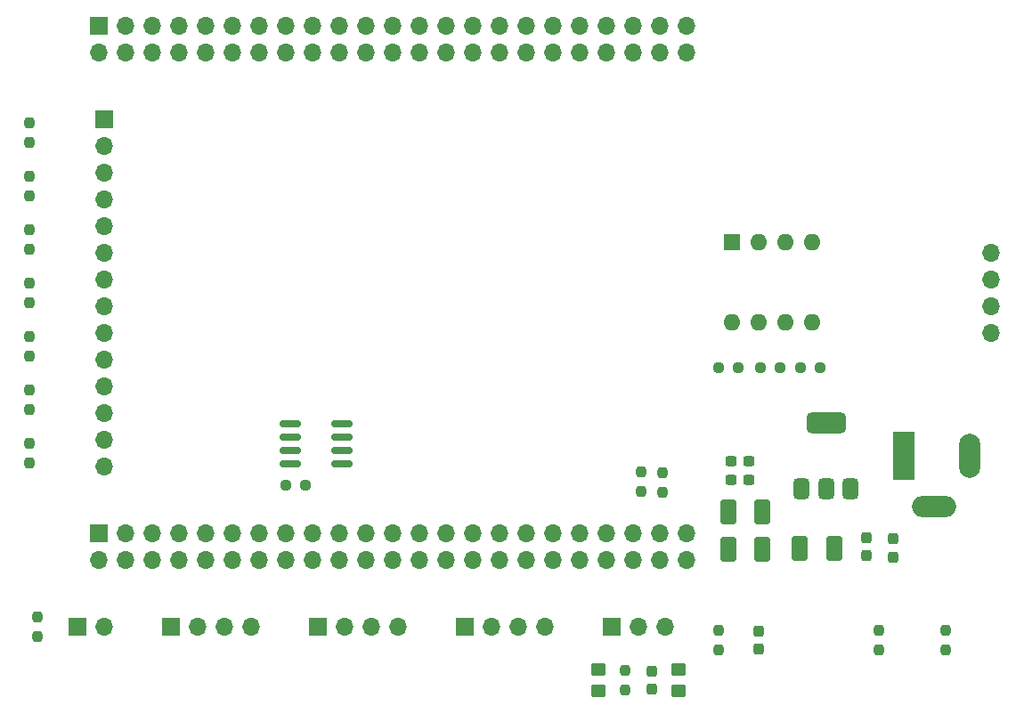
<source format=gbr>
%TF.GenerationSoftware,KiCad,Pcbnew,8.0.3*%
%TF.CreationDate,2024-06-28T15:17:55+09:00*%
%TF.ProjectId,KICAD-2,4b494341-442d-4322-9e6b-696361645f70,rev?*%
%TF.SameCoordinates,Original*%
%TF.FileFunction,Soldermask,Bot*%
%TF.FilePolarity,Negative*%
%FSLAX46Y46*%
G04 Gerber Fmt 4.6, Leading zero omitted, Abs format (unit mm)*
G04 Created by KiCad (PCBNEW 8.0.3) date 2024-06-28 15:17:55*
%MOMM*%
%LPD*%
G01*
G04 APERTURE LIST*
G04 Aperture macros list*
%AMRoundRect*
0 Rectangle with rounded corners*
0 $1 Rounding radius*
0 $2 $3 $4 $5 $6 $7 $8 $9 X,Y pos of 4 corners*
0 Add a 4 corners polygon primitive as box body*
4,1,4,$2,$3,$4,$5,$6,$7,$8,$9,$2,$3,0*
0 Add four circle primitives for the rounded corners*
1,1,$1+$1,$2,$3*
1,1,$1+$1,$4,$5*
1,1,$1+$1,$6,$7*
1,1,$1+$1,$8,$9*
0 Add four rect primitives between the rounded corners*
20,1,$1+$1,$2,$3,$4,$5,0*
20,1,$1+$1,$4,$5,$6,$7,0*
20,1,$1+$1,$6,$7,$8,$9,0*
20,1,$1+$1,$8,$9,$2,$3,0*%
G04 Aperture macros list end*
%ADD10R,1.700000X1.700000*%
%ADD11O,1.700000X1.700000*%
%ADD12RoundRect,0.250000X0.450000X-0.350000X0.450000X0.350000X-0.450000X0.350000X-0.450000X-0.350000X0*%
%ADD13RoundRect,0.237500X-0.237500X0.300000X-0.237500X-0.300000X0.237500X-0.300000X0.237500X0.300000X0*%
%ADD14RoundRect,0.250001X0.499999X0.924999X-0.499999X0.924999X-0.499999X-0.924999X0.499999X-0.924999X0*%
%ADD15RoundRect,0.237500X-0.237500X0.250000X-0.237500X-0.250000X0.237500X-0.250000X0.237500X0.250000X0*%
%ADD16RoundRect,0.237500X-0.250000X-0.237500X0.250000X-0.237500X0.250000X0.237500X-0.250000X0.237500X0*%
%ADD17RoundRect,0.237500X-0.237500X0.287500X-0.237500X-0.287500X0.237500X-0.287500X0.237500X0.287500X0*%
%ADD18RoundRect,0.150000X0.825000X0.150000X-0.825000X0.150000X-0.825000X-0.150000X0.825000X-0.150000X0*%
%ADD19RoundRect,0.237500X0.300000X0.237500X-0.300000X0.237500X-0.300000X-0.237500X0.300000X-0.237500X0*%
%ADD20RoundRect,0.375000X0.375000X-0.625000X0.375000X0.625000X-0.375000X0.625000X-0.375000X-0.625000X0*%
%ADD21RoundRect,0.500000X1.400000X-0.500000X1.400000X0.500000X-1.400000X0.500000X-1.400000X-0.500000X0*%
%ADD22RoundRect,0.237500X0.237500X-0.250000X0.237500X0.250000X-0.237500X0.250000X-0.237500X-0.250000X0*%
%ADD23R,2.000000X4.600000*%
%ADD24O,2.000000X4.200000*%
%ADD25O,4.200000X2.000000*%
%ADD26R,1.600000X1.600000*%
%ADD27O,1.600000X1.600000*%
G04 APERTURE END LIST*
D10*
%TO.C,J6*%
X132589750Y-117085750D03*
D11*
X135129750Y-117085750D03*
X137669750Y-117085750D03*
X140209750Y-117085750D03*
%TD*%
D10*
%TO.C,J8*%
X160529750Y-117085750D03*
D11*
X163069750Y-117085750D03*
X165609750Y-117085750D03*
%TD*%
D10*
%TO.C,J4*%
X109729750Y-117085750D03*
D11*
X112269750Y-117085750D03*
%TD*%
D10*
%TO.C,J3*%
X118619750Y-117085750D03*
D11*
X121159750Y-117085750D03*
X123699750Y-117085750D03*
X126239750Y-117085750D03*
%TD*%
D10*
%TO.C,J7*%
X146559750Y-117085750D03*
D11*
X149099750Y-117085750D03*
X151639750Y-117085750D03*
X154179750Y-117085750D03*
%TD*%
D10*
%TO.C,J5*%
X112300000Y-68834000D03*
D11*
X112300000Y-71374000D03*
X112300000Y-73914000D03*
X112300000Y-76454000D03*
X112300000Y-78994000D03*
X112300000Y-81534000D03*
X112300000Y-84074000D03*
X112300000Y-86614000D03*
X112300000Y-89154000D03*
X112300000Y-91694000D03*
X112300000Y-94234000D03*
X112300000Y-96774000D03*
X112300000Y-99314000D03*
X112300000Y-101854000D03*
X196600000Y-89154000D03*
X196600000Y-86614000D03*
X196600000Y-84074000D03*
X196600000Y-81534000D03*
%TD*%
D12*
%TO.C,FB1*%
X159259750Y-123165750D03*
X159259750Y-121165750D03*
%TD*%
D13*
%TO.C,C10*%
X164339750Y-121303250D03*
X164339750Y-123028250D03*
%TD*%
D14*
%TO.C,C4*%
X174853000Y-106172000D03*
X171603000Y-106172000D03*
%TD*%
D15*
%TO.C,R9*%
X105156000Y-99671500D03*
X105156000Y-101496500D03*
%TD*%
%TO.C,R12*%
X105156000Y-89511500D03*
X105156000Y-91336500D03*
%TD*%
%TO.C,R7*%
X105919750Y-116173250D03*
X105919750Y-117998250D03*
%TD*%
D12*
%TO.C,FB2*%
X166879750Y-123165750D03*
X166879750Y-121165750D03*
%TD*%
D16*
%TO.C,R17*%
X174705000Y-92456000D03*
X176530000Y-92456000D03*
%TD*%
D17*
%TO.C,D1*%
X187248000Y-108741000D03*
X187248000Y-110491000D03*
%TD*%
D15*
%TO.C,R3*%
X105156000Y-79351500D03*
X105156000Y-81176500D03*
%TD*%
D16*
%TO.C,R16*%
X170688000Y-92456000D03*
X172513000Y-92456000D03*
%TD*%
D15*
%TO.C,R8*%
X105156000Y-69191500D03*
X105156000Y-71016500D03*
%TD*%
D18*
%TO.C,U2*%
X134874000Y-97790000D03*
X134874000Y-99060000D03*
X134874000Y-100330000D03*
X134874000Y-101600000D03*
X129924000Y-101600000D03*
X129924000Y-100330000D03*
X129924000Y-99060000D03*
X129924000Y-97790000D03*
%TD*%
D19*
%TO.C,C9*%
X173582500Y-103124000D03*
X171857500Y-103124000D03*
%TD*%
D20*
%TO.C,U1*%
X183198000Y-103978000D03*
X180898000Y-103978000D03*
D21*
X180898000Y-97678000D03*
D20*
X178598000Y-103978000D03*
%TD*%
D17*
%TO.C,F1*%
X184708000Y-108600000D03*
X184708000Y-110350000D03*
%TD*%
D22*
%TO.C,R11*%
X105156000Y-86256500D03*
X105156000Y-84431500D03*
%TD*%
D14*
%TO.C,C3*%
X181660000Y-109616000D03*
X178410000Y-109616000D03*
%TD*%
D16*
%TO.C,R18*%
X178515000Y-92456000D03*
X180340000Y-92456000D03*
%TD*%
D10*
%TO.C,J2*%
X111760000Y-59944000D03*
D11*
X111760000Y-62484000D03*
X114300000Y-59944000D03*
X114300000Y-62484000D03*
X116840000Y-59944000D03*
X116840000Y-62484000D03*
X119380000Y-59944000D03*
X119380000Y-62484000D03*
X121920000Y-59944000D03*
X121920000Y-62484000D03*
X124460000Y-59944000D03*
X124460000Y-62484000D03*
X127000000Y-59944000D03*
X127000000Y-62484000D03*
X129540000Y-59944000D03*
X129540000Y-62484000D03*
X132080000Y-59944000D03*
X132080000Y-62484000D03*
X134620000Y-59944000D03*
X134620000Y-62484000D03*
X137160000Y-59944000D03*
X137160000Y-62484000D03*
X139700000Y-59944000D03*
X139700000Y-62484000D03*
X142240000Y-59944000D03*
X142240000Y-62484000D03*
X144780000Y-59944000D03*
X144780000Y-62484000D03*
X147320000Y-59944000D03*
X147320000Y-62484000D03*
X149860000Y-59944000D03*
X149860000Y-62484000D03*
X152400000Y-59944000D03*
X152400000Y-62484000D03*
X154940000Y-59944000D03*
X154940000Y-62484000D03*
X157480000Y-59944000D03*
X157480000Y-62484000D03*
X160020000Y-59944000D03*
X160020000Y-62484000D03*
X162560000Y-59944000D03*
X162560000Y-62484000D03*
X165100000Y-59944000D03*
X165100000Y-62484000D03*
X167640000Y-59944000D03*
X167640000Y-62484000D03*
D10*
X111760000Y-108204000D03*
D11*
X111760000Y-110744000D03*
X114300000Y-108204000D03*
X114300000Y-110744000D03*
X116840000Y-108204000D03*
X116840000Y-110744000D03*
X119380000Y-108204000D03*
X119380000Y-110744000D03*
X121920000Y-108204000D03*
X121920000Y-110744000D03*
X124460000Y-108204000D03*
X124460000Y-110744000D03*
X127000000Y-108204000D03*
X127000000Y-110744000D03*
X129540000Y-108204000D03*
X129540000Y-110744000D03*
X132080000Y-108204000D03*
X132080000Y-110744000D03*
X134620000Y-108204000D03*
X134620000Y-110744000D03*
X137160000Y-108204000D03*
X137160000Y-110744000D03*
X139700000Y-108204000D03*
X139700000Y-110744000D03*
X142240000Y-108204000D03*
X142240000Y-110744000D03*
X144780000Y-108204000D03*
X144780000Y-110744000D03*
X147320000Y-108204000D03*
X147320000Y-110744000D03*
X149860000Y-108204000D03*
X149860000Y-110744000D03*
X152400000Y-108204000D03*
X152400000Y-110744000D03*
X154940000Y-108204000D03*
X154940000Y-110744000D03*
X157480000Y-108204000D03*
X157480000Y-110744000D03*
X160020000Y-108204000D03*
X160020000Y-110744000D03*
X162560000Y-108204000D03*
X162560000Y-110744000D03*
X165100000Y-108204000D03*
X165100000Y-110744000D03*
X167640000Y-108204000D03*
X167640000Y-110744000D03*
%TD*%
D19*
%TO.C,C1*%
X173582500Y-101346000D03*
X171857500Y-101346000D03*
%TD*%
D22*
%TO.C,R19*%
X161799750Y-123078250D03*
X161799750Y-121253250D03*
%TD*%
%TO.C,R2*%
X192269750Y-119268250D03*
X192269750Y-117443250D03*
%TD*%
D14*
%TO.C,C2*%
X174853000Y-109728000D03*
X171603000Y-109728000D03*
%TD*%
D15*
%TO.C,R13*%
X105156000Y-74271500D03*
X105156000Y-76096500D03*
%TD*%
D16*
%TO.C,R6*%
X129540000Y-103632000D03*
X131365000Y-103632000D03*
%TD*%
D15*
%TO.C,R14*%
X163322000Y-102362000D03*
X163322000Y-104187000D03*
%TD*%
D23*
%TO.C,J1*%
X188264000Y-100838000D03*
D24*
X194564000Y-100838000D03*
D25*
X191164000Y-105638000D03*
%TD*%
D26*
%TO.C,U3*%
X171968000Y-80528000D03*
D27*
X174508000Y-80528000D03*
X177048000Y-80528000D03*
X179588000Y-80528000D03*
X179588000Y-88148000D03*
X177048000Y-88148000D03*
X174508000Y-88148000D03*
X171968000Y-88148000D03*
%TD*%
D15*
%TO.C,R4*%
X170679750Y-117443250D03*
X170679750Y-119268250D03*
%TD*%
%TO.C,R15*%
X165354000Y-102465500D03*
X165354000Y-104290500D03*
%TD*%
%TO.C,R10*%
X105156000Y-94591500D03*
X105156000Y-96416500D03*
%TD*%
D22*
%TO.C,R1*%
X185919750Y-119268250D03*
X185919750Y-117443250D03*
%TD*%
D13*
%TO.C,C5*%
X174489750Y-117493250D03*
X174489750Y-119218250D03*
%TD*%
M02*

</source>
